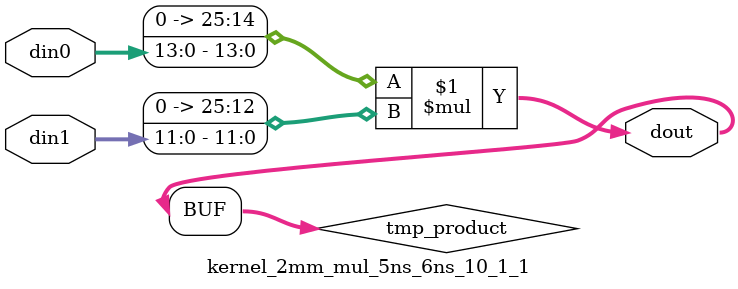
<source format=v>

`timescale 1 ns / 1 ps

  module kernel_2mm_mul_5ns_6ns_10_1_1(din0, din1, dout);
parameter ID = 1;
parameter NUM_STAGE = 0;
parameter din0_WIDTH = 14;
parameter din1_WIDTH = 12;
parameter dout_WIDTH = 26;

input [din0_WIDTH - 1 : 0] din0; 
input [din1_WIDTH - 1 : 0] din1; 
output [dout_WIDTH - 1 : 0] dout;

wire signed [dout_WIDTH - 1 : 0] tmp_product;










assign tmp_product = $signed({1'b0, din0}) * $signed({1'b0, din1});











assign dout = tmp_product;







endmodule

</source>
